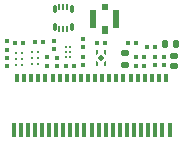
<source format=gbr>
%TF.GenerationSoftware,KiCad,Pcbnew,7.0.6*%
%TF.CreationDate,2023-09-10T10:14:11-04:00*%
%TF.ProjectId,headstage-neuropix1e,68656164-7374-4616-9765-2d6e6575726f,B*%
%TF.SameCoordinates,Original*%
%TF.FileFunction,Paste,Top*%
%TF.FilePolarity,Positive*%
%FSLAX46Y46*%
G04 Gerber Fmt 4.6, Leading zero omitted, Abs format (unit mm)*
G04 Created by KiCad (PCBNEW 7.0.6) date 2023-09-10 10:14:11*
%MOMM*%
%LPD*%
G01*
G04 APERTURE LIST*
G04 Aperture macros list*
%AMRoundRect*
0 Rectangle with rounded corners*
0 $1 Rounding radius*
0 $2 $3 $4 $5 $6 $7 $8 $9 X,Y pos of 4 corners*
0 Add a 4 corners polygon primitive as box body*
4,1,4,$2,$3,$4,$5,$6,$7,$8,$9,$2,$3,0*
0 Add four circle primitives for the rounded corners*
1,1,$1+$1,$2,$3*
1,1,$1+$1,$4,$5*
1,1,$1+$1,$6,$7*
1,1,$1+$1,$8,$9*
0 Add four rect primitives between the rounded corners*
20,1,$1+$1,$2,$3,$4,$5,0*
20,1,$1+$1,$4,$5,$6,$7,0*
20,1,$1+$1,$6,$7,$8,$9,0*
20,1,$1+$1,$8,$9,$2,$3,0*%
%AMRotRect*
0 Rectangle, with rotation*
0 The origin of the aperture is its center*
0 $1 length*
0 $2 width*
0 $3 Rotation angle, in degrees counterclockwise*
0 Add horizontal line*
21,1,$1,$2,0,0,$3*%
%AMFreePoly0*
4,1,6,0.180000,0.075000,0.000000,-0.105000,-0.220000,-0.105000,-0.220000,0.105000,0.180000,0.105000,0.180000,0.075000,0.180000,0.075000,$1*%
%AMFreePoly1*
4,1,6,0.180000,-0.075000,0.180000,-0.105000,-0.220000,-0.105000,-0.220000,0.105000,0.000000,0.105000,0.180000,-0.075000,0.180000,-0.075000,$1*%
%AMFreePoly2*
4,1,6,0.220000,-0.105000,0.000000,-0.105000,-0.180000,0.075000,-0.180000,0.105000,0.220000,0.105000,0.220000,-0.105000,0.220000,-0.105000,$1*%
%AMFreePoly3*
4,1,6,0.220000,-0.105000,-0.180000,-0.105000,-0.180000,-0.075000,0.000000,0.105000,0.220000,0.105000,0.220000,-0.105000,0.220000,-0.105000,$1*%
G04 Aperture macros list end*
%ADD10RoundRect,0.079500X-0.079500X-0.100500X0.079500X-0.100500X0.079500X0.100500X-0.079500X0.100500X0*%
%ADD11RoundRect,0.079500X-0.100500X0.079500X-0.100500X-0.079500X0.100500X-0.079500X0.100500X0.079500X0*%
%ADD12RoundRect,0.009000X-0.081000X-0.233500X0.081000X-0.233500X0.081000X0.233500X-0.081000X0.233500X0*%
%ADD13RoundRect,0.011500X-0.103500X-0.256000X0.103500X-0.256000X0.103500X0.256000X-0.103500X0.256000X0*%
%ADD14R,0.500000X0.650000*%
%ADD15R,0.600000X1.500000*%
%ADD16R,0.500000X0.550000*%
%ADD17RoundRect,0.079500X0.100500X-0.079500X0.100500X0.079500X-0.100500X0.079500X-0.100500X-0.079500X0*%
%ADD18RoundRect,0.140000X-0.170000X0.140000X-0.170000X-0.140000X0.170000X-0.140000X0.170000X0.140000X0*%
%ADD19C,0.250000*%
%ADD20FreePoly0,90.000000*%
%ADD21FreePoly1,90.000000*%
%ADD22FreePoly2,90.000000*%
%ADD23FreePoly3,90.000000*%
%ADD24RotRect,0.450000X0.450000X135.000000*%
%ADD25RoundRect,0.079500X0.079500X0.100500X-0.079500X0.100500X-0.079500X-0.100500X0.079500X-0.100500X0*%
%ADD26R,0.300000X1.250000*%
%ADD27R,0.300000X0.700000*%
%ADD28RoundRect,0.140000X-0.140000X-0.170000X0.140000X-0.170000X0.140000X0.170000X-0.140000X0.170000X0*%
%ADD29RoundRect,0.050000X-0.250000X0.200000X-0.250000X-0.200000X0.250000X-0.200000X0.250000X0.200000X0*%
G04 APERTURE END LIST*
D10*
%TO.C,R1*%
X137835000Y-90560000D03*
X138525000Y-90560000D03*
%TD*%
D11*
%TO.C,C19*%
X146350000Y-91855000D03*
X146350000Y-92545000D03*
%TD*%
D12*
%TO.C,J5*%
X139850000Y-89410000D03*
X139850000Y-87590000D03*
X140200000Y-89410000D03*
X140200000Y-87590000D03*
X140550000Y-89410000D03*
X140550000Y-87590000D03*
D13*
X139475000Y-89265000D03*
X139475000Y-87735000D03*
X140925000Y-89265000D03*
X140925000Y-87735000D03*
%TD*%
D14*
%TO.C,J1*%
X143700000Y-89575000D03*
D15*
X142700000Y-88600000D03*
D16*
X143700000Y-87575000D03*
D15*
X144700000Y-88600000D03*
%TD*%
D17*
%TO.C,R15*%
X139430000Y-91135000D03*
X139430000Y-90445000D03*
%TD*%
D11*
%TO.C,R12*%
X141850000Y-90305000D03*
X141850000Y-90995000D03*
%TD*%
D18*
%TO.C,C21*%
X145450000Y-91520000D03*
X145450000Y-92480000D03*
%TD*%
D19*
%TO.C,U2*%
X138090000Y-92420000D03*
X137590000Y-92420000D03*
X138090000Y-91920000D03*
X137590000Y-91920000D03*
X138090000Y-91420000D03*
X137590000Y-91420000D03*
%TD*%
D17*
%TO.C,C10*%
X135400000Y-91190000D03*
X135400000Y-90500000D03*
%TD*%
D19*
%TO.C,U6*%
X140400000Y-91800000D03*
X140400000Y-91400000D03*
X140400000Y-91000000D03*
X140800000Y-91800000D03*
X140800000Y-91400000D03*
X140800000Y-91000000D03*
%TD*%
D20*
%TO.C,U4*%
X143075000Y-92330000D03*
D21*
X143725000Y-92330000D03*
D22*
X143075000Y-91470000D03*
D23*
X143725000Y-91470000D03*
D24*
X143400000Y-91900000D03*
%TD*%
D11*
%TO.C,C23*%
X148750000Y-91805000D03*
X148750000Y-92495000D03*
%TD*%
D17*
%TO.C,R5*%
X135400000Y-92590000D03*
X135400000Y-91900000D03*
%TD*%
D11*
%TO.C,C20*%
X147050000Y-91855000D03*
X147050000Y-92545000D03*
%TD*%
D25*
%TO.C,R11*%
X141145000Y-92600000D03*
X140455000Y-92600000D03*
%TD*%
D17*
%TO.C,C28*%
X139650000Y-92595000D03*
X139650000Y-91905000D03*
%TD*%
D11*
%TO.C,R14*%
X138840000Y-91855000D03*
X138840000Y-92545000D03*
%TD*%
D19*
%TO.C,U3*%
X136740000Y-92500000D03*
X136240000Y-92500000D03*
X136740000Y-92000000D03*
X136240000Y-92000000D03*
X136740000Y-91500000D03*
X136240000Y-91500000D03*
%TD*%
D25*
%TO.C,L4*%
X147945000Y-91000000D03*
X147255000Y-91000000D03*
%TD*%
D11*
%TO.C,C22*%
X148000000Y-91805000D03*
X148000000Y-92495000D03*
%TD*%
D10*
%TO.C,C7*%
X143055000Y-90600000D03*
X143745000Y-90600000D03*
%TD*%
D26*
%TO.C,J2*%
X136000000Y-98025000D03*
D27*
X136300000Y-93600000D03*
D26*
X136600000Y-98025000D03*
D27*
X136900000Y-93600000D03*
D26*
X137200000Y-98025000D03*
D27*
X137500000Y-93600000D03*
D26*
X137800000Y-98025000D03*
D27*
X138100000Y-93600000D03*
D26*
X138400000Y-98025000D03*
D27*
X138700000Y-93600000D03*
D26*
X139000000Y-98025000D03*
D27*
X139300000Y-93600000D03*
D26*
X139600000Y-98025000D03*
D27*
X139900000Y-93600000D03*
D26*
X140200000Y-98025000D03*
D27*
X140500000Y-93600000D03*
D26*
X140800000Y-98025000D03*
D27*
X141100000Y-93600000D03*
D26*
X141400000Y-98025000D03*
D27*
X141700000Y-93600000D03*
D26*
X142000000Y-98025000D03*
D27*
X142300000Y-93600000D03*
D26*
X142600000Y-98025000D03*
D27*
X142900000Y-93600000D03*
D26*
X143200000Y-98025000D03*
D27*
X143500000Y-93600000D03*
D26*
X143800000Y-98025000D03*
D27*
X144100000Y-93600000D03*
D26*
X144400000Y-98025000D03*
D27*
X144700000Y-93600000D03*
D26*
X145000000Y-98025000D03*
D27*
X145300000Y-93600000D03*
D26*
X145600000Y-98025000D03*
D27*
X145900000Y-93600000D03*
D26*
X146200000Y-98025000D03*
D27*
X146500000Y-93600000D03*
D26*
X146800000Y-98025000D03*
D27*
X147100000Y-93600000D03*
D26*
X147400000Y-98025000D03*
D27*
X147700000Y-93600000D03*
D26*
X148000000Y-98025000D03*
D27*
X148300000Y-93600000D03*
D26*
X148600000Y-98025000D03*
D27*
X148900000Y-93600000D03*
D26*
X149200000Y-98025000D03*
%TD*%
D28*
%TO.C,C24*%
X148800000Y-90710000D03*
X149760000Y-90710000D03*
%TD*%
D25*
%TO.C,R10*%
X146345000Y-90600000D03*
X145655000Y-90600000D03*
%TD*%
D11*
%TO.C,R13*%
X141850000Y-91805000D03*
X141850000Y-92495000D03*
%TD*%
D25*
%TO.C,R2*%
X136825000Y-90620000D03*
X136135000Y-90620000D03*
%TD*%
D29*
%TO.C,D1*%
X149600000Y-91700000D03*
X149600000Y-92600000D03*
%TD*%
M02*

</source>
